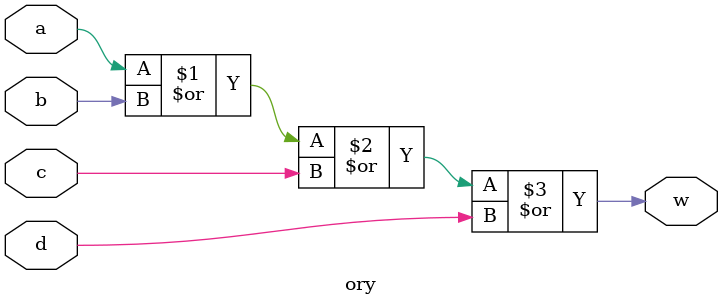
<source format=v>
module mux (s1,s0,i1,i2,i3,i4,out);
    input s1,s0,i1,i2,i3,i4;
    output out;
    wire w1,w2,w3,w4,w5;
    andy a1(w1,~s1,~s0,i1);
    andy a2(w1,~s1,s0,i2);
    andy a3(w1,s1,~s0,i3);
    andy a4(w1,s1,s0,i4);
    ory o(w5,w1,ww2,w3,w4);
    assign out=w5;
endmodule
module andy (w,a,b,c);
input a,b,c;
output w;
assign w=a&b&c;
endmodule
module ory (w,a,b,c,d);
input a,b,c,d;
output w;
assign w=a|b|c|d;
endmodule
</source>
